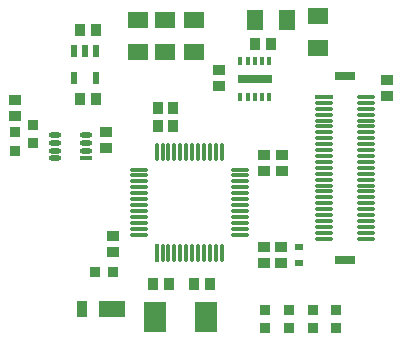
<source format=gtp>
G04*
G04 #@! TF.GenerationSoftware,Altium Limited,Altium Designer,19.0.10 (269)*
G04*
G04 Layer_Color=8421504*
%FSLAX25Y25*%
%MOIN*%
G70*
G01*
G75*
%ADD16R,0.03543X0.05512*%
%ADD17R,0.08661X0.05512*%
%ADD18R,0.03347X0.03347*%
%ADD19R,0.03543X0.03937*%
%ADD20R,0.03347X0.03347*%
%ADD21R,0.03937X0.03543*%
%ADD22R,0.07087X0.05512*%
%ADD23R,0.02362X0.04134*%
%ADD24R,0.03150X0.02362*%
%ADD25R,0.05512X0.07087*%
%ADD26R,0.11417X0.02756*%
%ADD27R,0.01181X0.02559*%
%ADD28O,0.06102X0.01181*%
%ADD29O,0.01181X0.06102*%
%ADD30R,0.01181X0.06102*%
%ADD31R,0.07480X0.10236*%
%ADD32R,0.07087X0.03150*%
%ADD33O,0.06299X0.01181*%
%ADD34R,0.06299X0.01181*%
%ADD35R,0.04331X0.01772*%
%ADD36O,0.04331X0.01772*%
G36*
X83595Y87303D02*
X80315D01*
Y90059D01*
X83595D01*
Y87303D01*
D02*
G37*
G36*
X84384Y90059D02*
X87663D01*
Y87303D01*
X84384D01*
Y90059D01*
D02*
G37*
G36*
X88453D02*
X91732D01*
Y87303D01*
X88453D01*
Y90059D01*
D02*
G37*
D16*
X28366Y12027D02*
D03*
D17*
X38405D02*
D03*
D18*
X38858Y24409D02*
D03*
X32756D02*
D03*
D19*
X52165Y20472D02*
D03*
X57480D02*
D03*
X71161D02*
D03*
X65847D02*
D03*
X53642Y72869D02*
D03*
X58957D02*
D03*
X33169Y104823D02*
D03*
X27854D02*
D03*
X33169Y81890D02*
D03*
X27854D02*
D03*
X58957Y79134D02*
D03*
X53642D02*
D03*
X91339Y100394D02*
D03*
X86024D02*
D03*
D20*
X113189Y5709D02*
D03*
Y11811D02*
D03*
X105315Y5709D02*
D03*
Y11811D02*
D03*
X97441Y5709D02*
D03*
Y11811D02*
D03*
X89567Y5709D02*
D03*
Y11811D02*
D03*
X12008Y73425D02*
D03*
Y67323D02*
D03*
X6299Y70866D02*
D03*
Y64764D02*
D03*
D21*
X130137Y82917D02*
D03*
Y88232D02*
D03*
X94882Y32677D02*
D03*
Y27362D02*
D03*
X88976D02*
D03*
Y32677D02*
D03*
X74016Y91634D02*
D03*
Y86319D02*
D03*
X95276Y63287D02*
D03*
Y57972D02*
D03*
X89173Y63287D02*
D03*
Y57972D02*
D03*
X38780Y31126D02*
D03*
Y36441D02*
D03*
X36614Y70866D02*
D03*
Y65551D02*
D03*
X6299Y81693D02*
D03*
Y76378D02*
D03*
D22*
X107283Y98917D02*
D03*
Y109744D02*
D03*
X47244Y108465D02*
D03*
Y97638D02*
D03*
X65748Y108465D02*
D03*
Y97638D02*
D03*
X56299Y108465D02*
D03*
Y97638D02*
D03*
D23*
X33169Y89075D02*
D03*
X25689D02*
D03*
Y98130D02*
D03*
X29429D02*
D03*
X33169D02*
D03*
D24*
X100787Y32677D02*
D03*
Y27165D02*
D03*
D25*
X96850Y108268D02*
D03*
X86024D02*
D03*
D26*
Y88681D02*
D03*
D27*
X90748Y82677D02*
D03*
X88386D02*
D03*
X86024D02*
D03*
X83661D02*
D03*
X81299D02*
D03*
Y94685D02*
D03*
X83661D02*
D03*
X86024D02*
D03*
X88386D02*
D03*
X90748D02*
D03*
D28*
X47343Y36811D02*
D03*
Y38780D02*
D03*
Y40748D02*
D03*
Y42717D02*
D03*
Y44685D02*
D03*
Y46654D02*
D03*
Y48622D02*
D03*
Y50591D02*
D03*
Y52559D02*
D03*
Y54528D02*
D03*
Y56496D02*
D03*
Y58465D02*
D03*
X81004D02*
D03*
Y56496D02*
D03*
Y54528D02*
D03*
Y52559D02*
D03*
Y50591D02*
D03*
Y48622D02*
D03*
Y46654D02*
D03*
Y44685D02*
D03*
Y42717D02*
D03*
Y40748D02*
D03*
Y38780D02*
D03*
Y36811D02*
D03*
D29*
X53347Y64468D02*
D03*
X55315D02*
D03*
X57284D02*
D03*
X59252D02*
D03*
X61221D02*
D03*
X63189D02*
D03*
X65158D02*
D03*
X67126D02*
D03*
X69095D02*
D03*
X71063D02*
D03*
X73032D02*
D03*
X75000D02*
D03*
Y30807D02*
D03*
X73032D02*
D03*
X71063D02*
D03*
X69095D02*
D03*
X67126D02*
D03*
X65158D02*
D03*
X63189D02*
D03*
X61221D02*
D03*
X59252D02*
D03*
X57284D02*
D03*
X55315D02*
D03*
D30*
X53347D02*
D03*
D31*
X69685Y9449D02*
D03*
X52756D02*
D03*
D32*
X116142Y89764D02*
D03*
Y28346D02*
D03*
D33*
X123228Y35433D02*
D03*
Y37402D02*
D03*
Y39370D02*
D03*
Y41339D02*
D03*
Y43307D02*
D03*
Y45276D02*
D03*
Y47244D02*
D03*
Y49213D02*
D03*
Y51181D02*
D03*
Y53150D02*
D03*
Y55118D02*
D03*
Y57087D02*
D03*
Y59055D02*
D03*
Y61024D02*
D03*
Y62992D02*
D03*
Y64961D02*
D03*
Y66929D02*
D03*
Y68898D02*
D03*
Y70866D02*
D03*
Y72835D02*
D03*
Y74803D02*
D03*
Y76772D02*
D03*
Y78740D02*
D03*
Y80709D02*
D03*
Y82677D02*
D03*
X109055Y35433D02*
D03*
Y37402D02*
D03*
Y39370D02*
D03*
Y41339D02*
D03*
Y43307D02*
D03*
Y45276D02*
D03*
Y47244D02*
D03*
Y49213D02*
D03*
Y51181D02*
D03*
Y53150D02*
D03*
Y55118D02*
D03*
Y57087D02*
D03*
Y59055D02*
D03*
Y61024D02*
D03*
Y62992D02*
D03*
Y64961D02*
D03*
Y66929D02*
D03*
Y68898D02*
D03*
Y70866D02*
D03*
Y72835D02*
D03*
Y74803D02*
D03*
Y76772D02*
D03*
Y78740D02*
D03*
Y80709D02*
D03*
D34*
Y82677D02*
D03*
D35*
X29921Y62205D02*
D03*
D36*
Y64764D02*
D03*
Y67323D02*
D03*
Y69882D02*
D03*
X19488Y62205D02*
D03*
Y69882D02*
D03*
Y67323D02*
D03*
Y64764D02*
D03*
M02*

</source>
